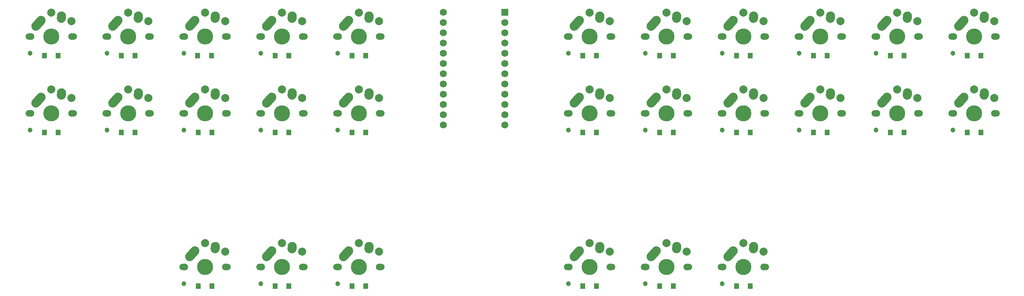
<source format=gbs>
%TF.GenerationSoftware,KiCad,Pcbnew,(5.1.9)-1*%
%TF.CreationDate,2021-01-22T21:17:42-08:00*%
%TF.ProjectId,unisplit_orthosteno,756e6973-706c-4697-945f-6f7274686f73,rev?*%
%TF.SameCoordinates,Original*%
%TF.FileFunction,Soldermask,Bot*%
%TF.FilePolarity,Negative*%
%FSLAX46Y46*%
G04 Gerber Fmt 4.6, Leading zero omitted, Abs format (unit mm)*
G04 Created by KiCad (PCBNEW (5.1.9)-1) date 2021-01-22 21:17:42*
%MOMM*%
%LPD*%
G01*
G04 APERTURE LIST*
%ADD10R,1.200000X1.400000*%
%ADD11C,1.200000*%
%ADD12C,1.700000*%
%ADD13C,2.000000*%
%ADD14C,1.750000*%
%ADD15C,2.250000*%
%ADD16C,3.987800*%
%ADD17C,1.752600*%
%ADD18R,1.752600X1.752600*%
G04 APERTURE END LIST*
D10*
%TO.C,D25*%
X115206250Y-131762500D03*
X111806250Y-131762500D03*
%TD*%
D11*
%TO.C,MX25*%
X108286250Y-131200000D03*
D12*
X119006250Y-127000000D03*
X108006250Y-127000000D03*
D13*
X113506250Y-121100000D03*
X118506250Y-123200000D03*
D14*
X118586250Y-127000000D03*
X108426250Y-127000000D03*
D15*
X111006250Y-123000000D03*
D16*
X113506250Y-127000000D03*
G36*
G01*
X108944938Y-125297350D02*
X108944938Y-125297350D01*
G75*
G02*
X108858900Y-123708688I751312J837350D01*
G01*
X110168890Y-122248680D01*
G75*
G02*
X111757552Y-122162642I837350J-751312D01*
G01*
X111757552Y-122162642D01*
G75*
G02*
X111843590Y-123751304I-751312J-837350D01*
G01*
X110533600Y-125211312D01*
G75*
G02*
X108944938Y-125297350I-837350J751312D01*
G01*
G37*
D15*
X116046250Y-121920000D03*
G36*
G01*
X115929733Y-123622395D02*
X115929733Y-123622395D01*
G75*
G02*
X114883855Y-122423483I76517J1122395D01*
G01*
X114923397Y-121843451D01*
G75*
G02*
X116122309Y-120797573I1122395J-76517D01*
G01*
X116122309Y-120797573D01*
G75*
G02*
X117168187Y-121996485I-76517J-1122395D01*
G01*
X117128645Y-122576517D01*
G75*
G02*
X115929733Y-123622395I-1122395J76517D01*
G01*
G37*
%TD*%
D11*
%TO.C,MX24*%
X89236250Y-131200000D03*
D12*
X99956250Y-127000000D03*
X88956250Y-127000000D03*
D13*
X94456250Y-121100000D03*
X99456250Y-123200000D03*
D14*
X99536250Y-127000000D03*
X89376250Y-127000000D03*
D15*
X91956250Y-123000000D03*
D16*
X94456250Y-127000000D03*
G36*
G01*
X89894938Y-125297350D02*
X89894938Y-125297350D01*
G75*
G02*
X89808900Y-123708688I751312J837350D01*
G01*
X91118890Y-122248680D01*
G75*
G02*
X92707552Y-122162642I837350J-751312D01*
G01*
X92707552Y-122162642D01*
G75*
G02*
X92793590Y-123751304I-751312J-837350D01*
G01*
X91483600Y-125211312D01*
G75*
G02*
X89894938Y-125297350I-837350J751312D01*
G01*
G37*
D15*
X96996250Y-121920000D03*
G36*
G01*
X96879733Y-123622395D02*
X96879733Y-123622395D01*
G75*
G02*
X95833855Y-122423483I76517J1122395D01*
G01*
X95873397Y-121843451D01*
G75*
G02*
X97072309Y-120797573I1122395J-76517D01*
G01*
X97072309Y-120797573D01*
G75*
G02*
X98118187Y-121996485I-76517J-1122395D01*
G01*
X98078645Y-122576517D01*
G75*
G02*
X96879733Y-123622395I-1122395J76517D01*
G01*
G37*
%TD*%
D11*
%TO.C,MX23*%
X70186250Y-131200000D03*
D12*
X80906250Y-127000000D03*
X69906250Y-127000000D03*
D13*
X75406250Y-121100000D03*
X80406250Y-123200000D03*
D14*
X80486250Y-127000000D03*
X70326250Y-127000000D03*
D15*
X72906250Y-123000000D03*
D16*
X75406250Y-127000000D03*
G36*
G01*
X70844938Y-125297350D02*
X70844938Y-125297350D01*
G75*
G02*
X70758900Y-123708688I751312J837350D01*
G01*
X72068890Y-122248680D01*
G75*
G02*
X73657552Y-122162642I837350J-751312D01*
G01*
X73657552Y-122162642D01*
G75*
G02*
X73743590Y-123751304I-751312J-837350D01*
G01*
X72433600Y-125211312D01*
G75*
G02*
X70844938Y-125297350I-837350J751312D01*
G01*
G37*
D15*
X77946250Y-121920000D03*
G36*
G01*
X77829733Y-123622395D02*
X77829733Y-123622395D01*
G75*
G02*
X76783855Y-122423483I76517J1122395D01*
G01*
X76823397Y-121843451D01*
G75*
G02*
X78022309Y-120797573I1122395J-76517D01*
G01*
X78022309Y-120797573D01*
G75*
G02*
X79068187Y-121996485I-76517J-1122395D01*
G01*
X79028645Y-122576517D01*
G75*
G02*
X77829733Y-123622395I-1122395J76517D01*
G01*
G37*
%TD*%
D10*
%TO.C,D23*%
X77106250Y-131762500D03*
X73706250Y-131762500D03*
%TD*%
%TO.C,D24*%
X96156250Y-131762500D03*
X92756250Y-131762500D03*
%TD*%
D11*
%TO.C,MX28*%
X203536250Y-131200000D03*
D12*
X214256250Y-127000000D03*
X203256250Y-127000000D03*
D13*
X208756250Y-121100000D03*
X213756250Y-123200000D03*
D14*
X213836250Y-127000000D03*
X203676250Y-127000000D03*
D15*
X206256250Y-123000000D03*
D16*
X208756250Y-127000000D03*
G36*
G01*
X204194938Y-125297350D02*
X204194938Y-125297350D01*
G75*
G02*
X204108900Y-123708688I751312J837350D01*
G01*
X205418890Y-122248680D01*
G75*
G02*
X207007552Y-122162642I837350J-751312D01*
G01*
X207007552Y-122162642D01*
G75*
G02*
X207093590Y-123751304I-751312J-837350D01*
G01*
X205783600Y-125211312D01*
G75*
G02*
X204194938Y-125297350I-837350J751312D01*
G01*
G37*
D15*
X211296250Y-121920000D03*
G36*
G01*
X211179733Y-123622395D02*
X211179733Y-123622395D01*
G75*
G02*
X210133855Y-122423483I76517J1122395D01*
G01*
X210173397Y-121843451D01*
G75*
G02*
X211372309Y-120797573I1122395J-76517D01*
G01*
X211372309Y-120797573D01*
G75*
G02*
X212418187Y-121996485I-76517J-1122395D01*
G01*
X212378645Y-122576517D01*
G75*
G02*
X211179733Y-123622395I-1122395J76517D01*
G01*
G37*
%TD*%
D10*
%TO.C,D28*%
X210456250Y-131762500D03*
X207056250Y-131762500D03*
%TD*%
D11*
%TO.C,MX15*%
X89236250Y-93100000D03*
D12*
X99956250Y-88900000D03*
X88956250Y-88900000D03*
D13*
X94456250Y-83000000D03*
X99456250Y-85100000D03*
D14*
X99536250Y-88900000D03*
X89376250Y-88900000D03*
D15*
X91956250Y-84900000D03*
D16*
X94456250Y-88900000D03*
G36*
G01*
X89894938Y-87197350D02*
X89894938Y-87197350D01*
G75*
G02*
X89808900Y-85608688I751312J837350D01*
G01*
X91118890Y-84148680D01*
G75*
G02*
X92707552Y-84062642I837350J-751312D01*
G01*
X92707552Y-84062642D01*
G75*
G02*
X92793590Y-85651304I-751312J-837350D01*
G01*
X91483600Y-87111312D01*
G75*
G02*
X89894938Y-87197350I-837350J751312D01*
G01*
G37*
D15*
X96996250Y-83820000D03*
G36*
G01*
X96879733Y-85522395D02*
X96879733Y-85522395D01*
G75*
G02*
X95833855Y-84323483I76517J1122395D01*
G01*
X95873397Y-83743451D01*
G75*
G02*
X97072309Y-82697573I1122395J-76517D01*
G01*
X97072309Y-82697573D01*
G75*
G02*
X98118187Y-83896485I-76517J-1122395D01*
G01*
X98078645Y-84476517D01*
G75*
G02*
X96879733Y-85522395I-1122395J76517D01*
G01*
G37*
%TD*%
D11*
%TO.C,MX3*%
X70186250Y-74050000D03*
D12*
X80906250Y-69850000D03*
X69906250Y-69850000D03*
D13*
X75406250Y-63950000D03*
X80406250Y-66050000D03*
D14*
X80486250Y-69850000D03*
X70326250Y-69850000D03*
D15*
X72906250Y-65850000D03*
D16*
X75406250Y-69850000D03*
G36*
G01*
X70844938Y-68147350D02*
X70844938Y-68147350D01*
G75*
G02*
X70758900Y-66558688I751312J837350D01*
G01*
X72068890Y-65098680D01*
G75*
G02*
X73657552Y-65012642I837350J-751312D01*
G01*
X73657552Y-65012642D01*
G75*
G02*
X73743590Y-66601304I-751312J-837350D01*
G01*
X72433600Y-68061312D01*
G75*
G02*
X70844938Y-68147350I-837350J751312D01*
G01*
G37*
D15*
X77946250Y-64770000D03*
G36*
G01*
X77829733Y-66472395D02*
X77829733Y-66472395D01*
G75*
G02*
X76783855Y-65273483I76517J1122395D01*
G01*
X76823397Y-64693451D01*
G75*
G02*
X78022309Y-63647573I1122395J-76517D01*
G01*
X78022309Y-63647573D01*
G75*
G02*
X79068187Y-64846485I-76517J-1122395D01*
G01*
X79028645Y-65426517D01*
G75*
G02*
X77829733Y-66472395I-1122395J76517D01*
G01*
G37*
%TD*%
D11*
%TO.C,MX13*%
X51136250Y-93100000D03*
D12*
X61856250Y-88900000D03*
X50856250Y-88900000D03*
D13*
X56356250Y-83000000D03*
X61356250Y-85100000D03*
D14*
X61436250Y-88900000D03*
X51276250Y-88900000D03*
D15*
X53856250Y-84900000D03*
D16*
X56356250Y-88900000D03*
G36*
G01*
X51794938Y-87197350D02*
X51794938Y-87197350D01*
G75*
G02*
X51708900Y-85608688I751312J837350D01*
G01*
X53018890Y-84148680D01*
G75*
G02*
X54607552Y-84062642I837350J-751312D01*
G01*
X54607552Y-84062642D01*
G75*
G02*
X54693590Y-85651304I-751312J-837350D01*
G01*
X53383600Y-87111312D01*
G75*
G02*
X51794938Y-87197350I-837350J751312D01*
G01*
G37*
D15*
X58896250Y-83820000D03*
G36*
G01*
X58779733Y-85522395D02*
X58779733Y-85522395D01*
G75*
G02*
X57733855Y-84323483I76517J1122395D01*
G01*
X57773397Y-83743451D01*
G75*
G02*
X58972309Y-82697573I1122395J-76517D01*
G01*
X58972309Y-82697573D01*
G75*
G02*
X60018187Y-83896485I-76517J-1122395D01*
G01*
X59978645Y-84476517D01*
G75*
G02*
X58779733Y-85522395I-1122395J76517D01*
G01*
G37*
%TD*%
D11*
%TO.C,MX12*%
X32086250Y-93100000D03*
D12*
X42806250Y-88900000D03*
X31806250Y-88900000D03*
D13*
X37306250Y-83000000D03*
X42306250Y-85100000D03*
D14*
X42386250Y-88900000D03*
X32226250Y-88900000D03*
D15*
X34806250Y-84900000D03*
D16*
X37306250Y-88900000D03*
G36*
G01*
X32744938Y-87197350D02*
X32744938Y-87197350D01*
G75*
G02*
X32658900Y-85608688I751312J837350D01*
G01*
X33968890Y-84148680D01*
G75*
G02*
X35557552Y-84062642I837350J-751312D01*
G01*
X35557552Y-84062642D01*
G75*
G02*
X35643590Y-85651304I-751312J-837350D01*
G01*
X34333600Y-87111312D01*
G75*
G02*
X32744938Y-87197350I-837350J751312D01*
G01*
G37*
D15*
X39846250Y-83820000D03*
G36*
G01*
X39729733Y-85522395D02*
X39729733Y-85522395D01*
G75*
G02*
X38683855Y-84323483I76517J1122395D01*
G01*
X38723397Y-83743451D01*
G75*
G02*
X39922309Y-82697573I1122395J-76517D01*
G01*
X39922309Y-82697573D01*
G75*
G02*
X40968187Y-83896485I-76517J-1122395D01*
G01*
X40928645Y-84476517D01*
G75*
G02*
X39729733Y-85522395I-1122395J76517D01*
G01*
G37*
%TD*%
D11*
%TO.C,MX1*%
X32086250Y-74050000D03*
D12*
X42806250Y-69850000D03*
X31806250Y-69850000D03*
D13*
X37306250Y-63950000D03*
X42306250Y-66050000D03*
D14*
X42386250Y-69850000D03*
X32226250Y-69850000D03*
D15*
X34806250Y-65850000D03*
D16*
X37306250Y-69850000D03*
G36*
G01*
X32744938Y-68147350D02*
X32744938Y-68147350D01*
G75*
G02*
X32658900Y-66558688I751312J837350D01*
G01*
X33968890Y-65098680D01*
G75*
G02*
X35557552Y-65012642I837350J-751312D01*
G01*
X35557552Y-65012642D01*
G75*
G02*
X35643590Y-66601304I-751312J-837350D01*
G01*
X34333600Y-68061312D01*
G75*
G02*
X32744938Y-68147350I-837350J751312D01*
G01*
G37*
D15*
X39846250Y-64770000D03*
G36*
G01*
X39729733Y-66472395D02*
X39729733Y-66472395D01*
G75*
G02*
X38683855Y-65273483I76517J1122395D01*
G01*
X38723397Y-64693451D01*
G75*
G02*
X39922309Y-63647573I1122395J-76517D01*
G01*
X39922309Y-63647573D01*
G75*
G02*
X40968187Y-64846485I-76517J-1122395D01*
G01*
X40928645Y-65426517D01*
G75*
G02*
X39729733Y-66472395I-1122395J76517D01*
G01*
G37*
%TD*%
D11*
%TO.C,MX16*%
X108286250Y-93100000D03*
D12*
X119006250Y-88900000D03*
X108006250Y-88900000D03*
D13*
X113506250Y-83000000D03*
X118506250Y-85100000D03*
D14*
X118586250Y-88900000D03*
X108426250Y-88900000D03*
D15*
X111006250Y-84900000D03*
D16*
X113506250Y-88900000D03*
G36*
G01*
X108944938Y-87197350D02*
X108944938Y-87197350D01*
G75*
G02*
X108858900Y-85608688I751312J837350D01*
G01*
X110168890Y-84148680D01*
G75*
G02*
X111757552Y-84062642I837350J-751312D01*
G01*
X111757552Y-84062642D01*
G75*
G02*
X111843590Y-85651304I-751312J-837350D01*
G01*
X110533600Y-87111312D01*
G75*
G02*
X108944938Y-87197350I-837350J751312D01*
G01*
G37*
D15*
X116046250Y-83820000D03*
G36*
G01*
X115929733Y-85522395D02*
X115929733Y-85522395D01*
G75*
G02*
X114883855Y-84323483I76517J1122395D01*
G01*
X114923397Y-83743451D01*
G75*
G02*
X116122309Y-82697573I1122395J-76517D01*
G01*
X116122309Y-82697573D01*
G75*
G02*
X117168187Y-83896485I-76517J-1122395D01*
G01*
X117128645Y-84476517D01*
G75*
G02*
X115929733Y-85522395I-1122395J76517D01*
G01*
G37*
%TD*%
D11*
%TO.C,MX5*%
X108286250Y-74050000D03*
D12*
X119006250Y-69850000D03*
X108006250Y-69850000D03*
D13*
X113506250Y-63950000D03*
X118506250Y-66050000D03*
D14*
X118586250Y-69850000D03*
X108426250Y-69850000D03*
D15*
X111006250Y-65850000D03*
D16*
X113506250Y-69850000D03*
G36*
G01*
X108944938Y-68147350D02*
X108944938Y-68147350D01*
G75*
G02*
X108858900Y-66558688I751312J837350D01*
G01*
X110168890Y-65098680D01*
G75*
G02*
X111757552Y-65012642I837350J-751312D01*
G01*
X111757552Y-65012642D01*
G75*
G02*
X111843590Y-66601304I-751312J-837350D01*
G01*
X110533600Y-68061312D01*
G75*
G02*
X108944938Y-68147350I-837350J751312D01*
G01*
G37*
D15*
X116046250Y-64770000D03*
G36*
G01*
X115929733Y-66472395D02*
X115929733Y-66472395D01*
G75*
G02*
X114883855Y-65273483I76517J1122395D01*
G01*
X114923397Y-64693451D01*
G75*
G02*
X116122309Y-63647573I1122395J-76517D01*
G01*
X116122309Y-63647573D01*
G75*
G02*
X117168187Y-64846485I-76517J-1122395D01*
G01*
X117128645Y-65426517D01*
G75*
G02*
X115929733Y-66472395I-1122395J76517D01*
G01*
G37*
%TD*%
D17*
%TO.C,U1*%
X134461250Y-63817500D03*
X149701250Y-91757500D03*
X134461250Y-66357500D03*
X134461250Y-68897500D03*
X134461250Y-71437500D03*
X134461250Y-73977500D03*
X134461250Y-76517500D03*
X134461250Y-79057500D03*
X134461250Y-81597500D03*
X134461250Y-84137500D03*
X134461250Y-86677500D03*
X134461250Y-89217500D03*
X134461250Y-91757500D03*
X149701250Y-89217500D03*
X149701250Y-86677500D03*
X149701250Y-84137500D03*
X149701250Y-81597500D03*
X149701250Y-79057500D03*
X149701250Y-76517500D03*
X149701250Y-73977500D03*
X149701250Y-71437500D03*
X149701250Y-68897500D03*
X149701250Y-66357500D03*
D18*
X149701250Y-63817500D03*
%TD*%
D11*
%TO.C,MX27*%
X184486250Y-131200000D03*
D12*
X195206250Y-127000000D03*
X184206250Y-127000000D03*
D13*
X189706250Y-121100000D03*
X194706250Y-123200000D03*
D14*
X194786250Y-127000000D03*
X184626250Y-127000000D03*
D15*
X187206250Y-123000000D03*
D16*
X189706250Y-127000000D03*
G36*
G01*
X185144938Y-125297350D02*
X185144938Y-125297350D01*
G75*
G02*
X185058900Y-123708688I751312J837350D01*
G01*
X186368890Y-122248680D01*
G75*
G02*
X187957552Y-122162642I837350J-751312D01*
G01*
X187957552Y-122162642D01*
G75*
G02*
X188043590Y-123751304I-751312J-837350D01*
G01*
X186733600Y-125211312D01*
G75*
G02*
X185144938Y-125297350I-837350J751312D01*
G01*
G37*
D15*
X192246250Y-121920000D03*
G36*
G01*
X192129733Y-123622395D02*
X192129733Y-123622395D01*
G75*
G02*
X191083855Y-122423483I76517J1122395D01*
G01*
X191123397Y-121843451D01*
G75*
G02*
X192322309Y-120797573I1122395J-76517D01*
G01*
X192322309Y-120797573D01*
G75*
G02*
X193368187Y-121996485I-76517J-1122395D01*
G01*
X193328645Y-122576517D01*
G75*
G02*
X192129733Y-123622395I-1122395J76517D01*
G01*
G37*
%TD*%
D11*
%TO.C,MX26*%
X165436250Y-131200000D03*
D12*
X176156250Y-127000000D03*
X165156250Y-127000000D03*
D13*
X170656250Y-121100000D03*
X175656250Y-123200000D03*
D14*
X175736250Y-127000000D03*
X165576250Y-127000000D03*
D15*
X168156250Y-123000000D03*
D16*
X170656250Y-127000000D03*
G36*
G01*
X166094938Y-125297350D02*
X166094938Y-125297350D01*
G75*
G02*
X166008900Y-123708688I751312J837350D01*
G01*
X167318890Y-122248680D01*
G75*
G02*
X168907552Y-122162642I837350J-751312D01*
G01*
X168907552Y-122162642D01*
G75*
G02*
X168993590Y-123751304I-751312J-837350D01*
G01*
X167683600Y-125211312D01*
G75*
G02*
X166094938Y-125297350I-837350J751312D01*
G01*
G37*
D15*
X173196250Y-121920000D03*
G36*
G01*
X173079733Y-123622395D02*
X173079733Y-123622395D01*
G75*
G02*
X172033855Y-122423483I76517J1122395D01*
G01*
X172073397Y-121843451D01*
G75*
G02*
X173272309Y-120797573I1122395J-76517D01*
G01*
X173272309Y-120797573D01*
G75*
G02*
X174318187Y-121996485I-76517J-1122395D01*
G01*
X174278645Y-122576517D01*
G75*
G02*
X173079733Y-123622395I-1122395J76517D01*
G01*
G37*
%TD*%
D11*
%TO.C,MX22*%
X260686250Y-93100000D03*
D12*
X271406250Y-88900000D03*
X260406250Y-88900000D03*
D13*
X265906250Y-83000000D03*
X270906250Y-85100000D03*
D14*
X270986250Y-88900000D03*
X260826250Y-88900000D03*
D15*
X263406250Y-84900000D03*
D16*
X265906250Y-88900000D03*
G36*
G01*
X261344938Y-87197350D02*
X261344938Y-87197350D01*
G75*
G02*
X261258900Y-85608688I751312J837350D01*
G01*
X262568890Y-84148680D01*
G75*
G02*
X264157552Y-84062642I837350J-751312D01*
G01*
X264157552Y-84062642D01*
G75*
G02*
X264243590Y-85651304I-751312J-837350D01*
G01*
X262933600Y-87111312D01*
G75*
G02*
X261344938Y-87197350I-837350J751312D01*
G01*
G37*
D15*
X268446250Y-83820000D03*
G36*
G01*
X268329733Y-85522395D02*
X268329733Y-85522395D01*
G75*
G02*
X267283855Y-84323483I76517J1122395D01*
G01*
X267323397Y-83743451D01*
G75*
G02*
X268522309Y-82697573I1122395J-76517D01*
G01*
X268522309Y-82697573D01*
G75*
G02*
X269568187Y-83896485I-76517J-1122395D01*
G01*
X269528645Y-84476517D01*
G75*
G02*
X268329733Y-85522395I-1122395J76517D01*
G01*
G37*
%TD*%
D11*
%TO.C,MX21*%
X241636250Y-93100000D03*
D12*
X252356250Y-88900000D03*
X241356250Y-88900000D03*
D13*
X246856250Y-83000000D03*
X251856250Y-85100000D03*
D14*
X251936250Y-88900000D03*
X241776250Y-88900000D03*
D15*
X244356250Y-84900000D03*
D16*
X246856250Y-88900000D03*
G36*
G01*
X242294938Y-87197350D02*
X242294938Y-87197350D01*
G75*
G02*
X242208900Y-85608688I751312J837350D01*
G01*
X243518890Y-84148680D01*
G75*
G02*
X245107552Y-84062642I837350J-751312D01*
G01*
X245107552Y-84062642D01*
G75*
G02*
X245193590Y-85651304I-751312J-837350D01*
G01*
X243883600Y-87111312D01*
G75*
G02*
X242294938Y-87197350I-837350J751312D01*
G01*
G37*
D15*
X249396250Y-83820000D03*
G36*
G01*
X249279733Y-85522395D02*
X249279733Y-85522395D01*
G75*
G02*
X248233855Y-84323483I76517J1122395D01*
G01*
X248273397Y-83743451D01*
G75*
G02*
X249472309Y-82697573I1122395J-76517D01*
G01*
X249472309Y-82697573D01*
G75*
G02*
X250518187Y-83896485I-76517J-1122395D01*
G01*
X250478645Y-84476517D01*
G75*
G02*
X249279733Y-85522395I-1122395J76517D01*
G01*
G37*
%TD*%
D11*
%TO.C,MX20*%
X222586250Y-93100000D03*
D12*
X233306250Y-88900000D03*
X222306250Y-88900000D03*
D13*
X227806250Y-83000000D03*
X232806250Y-85100000D03*
D14*
X232886250Y-88900000D03*
X222726250Y-88900000D03*
D15*
X225306250Y-84900000D03*
D16*
X227806250Y-88900000D03*
G36*
G01*
X223244938Y-87197350D02*
X223244938Y-87197350D01*
G75*
G02*
X223158900Y-85608688I751312J837350D01*
G01*
X224468890Y-84148680D01*
G75*
G02*
X226057552Y-84062642I837350J-751312D01*
G01*
X226057552Y-84062642D01*
G75*
G02*
X226143590Y-85651304I-751312J-837350D01*
G01*
X224833600Y-87111312D01*
G75*
G02*
X223244938Y-87197350I-837350J751312D01*
G01*
G37*
D15*
X230346250Y-83820000D03*
G36*
G01*
X230229733Y-85522395D02*
X230229733Y-85522395D01*
G75*
G02*
X229183855Y-84323483I76517J1122395D01*
G01*
X229223397Y-83743451D01*
G75*
G02*
X230422309Y-82697573I1122395J-76517D01*
G01*
X230422309Y-82697573D01*
G75*
G02*
X231468187Y-83896485I-76517J-1122395D01*
G01*
X231428645Y-84476517D01*
G75*
G02*
X230229733Y-85522395I-1122395J76517D01*
G01*
G37*
%TD*%
D11*
%TO.C,MX19*%
X203536250Y-93100000D03*
D12*
X214256250Y-88900000D03*
X203256250Y-88900000D03*
D13*
X208756250Y-83000000D03*
X213756250Y-85100000D03*
D14*
X213836250Y-88900000D03*
X203676250Y-88900000D03*
D15*
X206256250Y-84900000D03*
D16*
X208756250Y-88900000D03*
G36*
G01*
X204194938Y-87197350D02*
X204194938Y-87197350D01*
G75*
G02*
X204108900Y-85608688I751312J837350D01*
G01*
X205418890Y-84148680D01*
G75*
G02*
X207007552Y-84062642I837350J-751312D01*
G01*
X207007552Y-84062642D01*
G75*
G02*
X207093590Y-85651304I-751312J-837350D01*
G01*
X205783600Y-87111312D01*
G75*
G02*
X204194938Y-87197350I-837350J751312D01*
G01*
G37*
D15*
X211296250Y-83820000D03*
G36*
G01*
X211179733Y-85522395D02*
X211179733Y-85522395D01*
G75*
G02*
X210133855Y-84323483I76517J1122395D01*
G01*
X210173397Y-83743451D01*
G75*
G02*
X211372309Y-82697573I1122395J-76517D01*
G01*
X211372309Y-82697573D01*
G75*
G02*
X212418187Y-83896485I-76517J-1122395D01*
G01*
X212378645Y-84476517D01*
G75*
G02*
X211179733Y-85522395I-1122395J76517D01*
G01*
G37*
%TD*%
D11*
%TO.C,MX18*%
X184486250Y-93100000D03*
D12*
X195206250Y-88900000D03*
X184206250Y-88900000D03*
D13*
X189706250Y-83000000D03*
X194706250Y-85100000D03*
D14*
X194786250Y-88900000D03*
X184626250Y-88900000D03*
D15*
X187206250Y-84900000D03*
D16*
X189706250Y-88900000D03*
G36*
G01*
X185144938Y-87197350D02*
X185144938Y-87197350D01*
G75*
G02*
X185058900Y-85608688I751312J837350D01*
G01*
X186368890Y-84148680D01*
G75*
G02*
X187957552Y-84062642I837350J-751312D01*
G01*
X187957552Y-84062642D01*
G75*
G02*
X188043590Y-85651304I-751312J-837350D01*
G01*
X186733600Y-87111312D01*
G75*
G02*
X185144938Y-87197350I-837350J751312D01*
G01*
G37*
D15*
X192246250Y-83820000D03*
G36*
G01*
X192129733Y-85522395D02*
X192129733Y-85522395D01*
G75*
G02*
X191083855Y-84323483I76517J1122395D01*
G01*
X191123397Y-83743451D01*
G75*
G02*
X192322309Y-82697573I1122395J-76517D01*
G01*
X192322309Y-82697573D01*
G75*
G02*
X193368187Y-83896485I-76517J-1122395D01*
G01*
X193328645Y-84476517D01*
G75*
G02*
X192129733Y-85522395I-1122395J76517D01*
G01*
G37*
%TD*%
D11*
%TO.C,MX17*%
X165436250Y-93100000D03*
D12*
X176156250Y-88900000D03*
X165156250Y-88900000D03*
D13*
X170656250Y-83000000D03*
X175656250Y-85100000D03*
D14*
X175736250Y-88900000D03*
X165576250Y-88900000D03*
D15*
X168156250Y-84900000D03*
D16*
X170656250Y-88900000D03*
G36*
G01*
X166094938Y-87197350D02*
X166094938Y-87197350D01*
G75*
G02*
X166008900Y-85608688I751312J837350D01*
G01*
X167318890Y-84148680D01*
G75*
G02*
X168907552Y-84062642I837350J-751312D01*
G01*
X168907552Y-84062642D01*
G75*
G02*
X168993590Y-85651304I-751312J-837350D01*
G01*
X167683600Y-87111312D01*
G75*
G02*
X166094938Y-87197350I-837350J751312D01*
G01*
G37*
D15*
X173196250Y-83820000D03*
G36*
G01*
X173079733Y-85522395D02*
X173079733Y-85522395D01*
G75*
G02*
X172033855Y-84323483I76517J1122395D01*
G01*
X172073397Y-83743451D01*
G75*
G02*
X173272309Y-82697573I1122395J-76517D01*
G01*
X173272309Y-82697573D01*
G75*
G02*
X174318187Y-83896485I-76517J-1122395D01*
G01*
X174278645Y-84476517D01*
G75*
G02*
X173079733Y-85522395I-1122395J76517D01*
G01*
G37*
%TD*%
D11*
%TO.C,MX14*%
X70186250Y-93100000D03*
D12*
X80906250Y-88900000D03*
X69906250Y-88900000D03*
D13*
X75406250Y-83000000D03*
X80406250Y-85100000D03*
D14*
X80486250Y-88900000D03*
X70326250Y-88900000D03*
D15*
X72906250Y-84900000D03*
D16*
X75406250Y-88900000D03*
G36*
G01*
X70844938Y-87197350D02*
X70844938Y-87197350D01*
G75*
G02*
X70758900Y-85608688I751312J837350D01*
G01*
X72068890Y-84148680D01*
G75*
G02*
X73657552Y-84062642I837350J-751312D01*
G01*
X73657552Y-84062642D01*
G75*
G02*
X73743590Y-85651304I-751312J-837350D01*
G01*
X72433600Y-87111312D01*
G75*
G02*
X70844938Y-87197350I-837350J751312D01*
G01*
G37*
D15*
X77946250Y-83820000D03*
G36*
G01*
X77829733Y-85522395D02*
X77829733Y-85522395D01*
G75*
G02*
X76783855Y-84323483I76517J1122395D01*
G01*
X76823397Y-83743451D01*
G75*
G02*
X78022309Y-82697573I1122395J-76517D01*
G01*
X78022309Y-82697573D01*
G75*
G02*
X79068187Y-83896485I-76517J-1122395D01*
G01*
X79028645Y-84476517D01*
G75*
G02*
X77829733Y-85522395I-1122395J76517D01*
G01*
G37*
%TD*%
D11*
%TO.C,MX11*%
X260686250Y-74050000D03*
D12*
X271406250Y-69850000D03*
X260406250Y-69850000D03*
D13*
X265906250Y-63950000D03*
X270906250Y-66050000D03*
D14*
X270986250Y-69850000D03*
X260826250Y-69850000D03*
D15*
X263406250Y-65850000D03*
D16*
X265906250Y-69850000D03*
G36*
G01*
X261344938Y-68147350D02*
X261344938Y-68147350D01*
G75*
G02*
X261258900Y-66558688I751312J837350D01*
G01*
X262568890Y-65098680D01*
G75*
G02*
X264157552Y-65012642I837350J-751312D01*
G01*
X264157552Y-65012642D01*
G75*
G02*
X264243590Y-66601304I-751312J-837350D01*
G01*
X262933600Y-68061312D01*
G75*
G02*
X261344938Y-68147350I-837350J751312D01*
G01*
G37*
D15*
X268446250Y-64770000D03*
G36*
G01*
X268329733Y-66472395D02*
X268329733Y-66472395D01*
G75*
G02*
X267283855Y-65273483I76517J1122395D01*
G01*
X267323397Y-64693451D01*
G75*
G02*
X268522309Y-63647573I1122395J-76517D01*
G01*
X268522309Y-63647573D01*
G75*
G02*
X269568187Y-64846485I-76517J-1122395D01*
G01*
X269528645Y-65426517D01*
G75*
G02*
X268329733Y-66472395I-1122395J76517D01*
G01*
G37*
%TD*%
D11*
%TO.C,MX10*%
X241636250Y-74050000D03*
D12*
X252356250Y-69850000D03*
X241356250Y-69850000D03*
D13*
X246856250Y-63950000D03*
X251856250Y-66050000D03*
D14*
X251936250Y-69850000D03*
X241776250Y-69850000D03*
D15*
X244356250Y-65850000D03*
D16*
X246856250Y-69850000D03*
G36*
G01*
X242294938Y-68147350D02*
X242294938Y-68147350D01*
G75*
G02*
X242208900Y-66558688I751312J837350D01*
G01*
X243518890Y-65098680D01*
G75*
G02*
X245107552Y-65012642I837350J-751312D01*
G01*
X245107552Y-65012642D01*
G75*
G02*
X245193590Y-66601304I-751312J-837350D01*
G01*
X243883600Y-68061312D01*
G75*
G02*
X242294938Y-68147350I-837350J751312D01*
G01*
G37*
D15*
X249396250Y-64770000D03*
G36*
G01*
X249279733Y-66472395D02*
X249279733Y-66472395D01*
G75*
G02*
X248233855Y-65273483I76517J1122395D01*
G01*
X248273397Y-64693451D01*
G75*
G02*
X249472309Y-63647573I1122395J-76517D01*
G01*
X249472309Y-63647573D01*
G75*
G02*
X250518187Y-64846485I-76517J-1122395D01*
G01*
X250478645Y-65426517D01*
G75*
G02*
X249279733Y-66472395I-1122395J76517D01*
G01*
G37*
%TD*%
D11*
%TO.C,MX9*%
X222586250Y-74050000D03*
D12*
X233306250Y-69850000D03*
X222306250Y-69850000D03*
D13*
X227806250Y-63950000D03*
X232806250Y-66050000D03*
D14*
X232886250Y-69850000D03*
X222726250Y-69850000D03*
D15*
X225306250Y-65850000D03*
D16*
X227806250Y-69850000D03*
G36*
G01*
X223244938Y-68147350D02*
X223244938Y-68147350D01*
G75*
G02*
X223158900Y-66558688I751312J837350D01*
G01*
X224468890Y-65098680D01*
G75*
G02*
X226057552Y-65012642I837350J-751312D01*
G01*
X226057552Y-65012642D01*
G75*
G02*
X226143590Y-66601304I-751312J-837350D01*
G01*
X224833600Y-68061312D01*
G75*
G02*
X223244938Y-68147350I-837350J751312D01*
G01*
G37*
D15*
X230346250Y-64770000D03*
G36*
G01*
X230229733Y-66472395D02*
X230229733Y-66472395D01*
G75*
G02*
X229183855Y-65273483I76517J1122395D01*
G01*
X229223397Y-64693451D01*
G75*
G02*
X230422309Y-63647573I1122395J-76517D01*
G01*
X230422309Y-63647573D01*
G75*
G02*
X231468187Y-64846485I-76517J-1122395D01*
G01*
X231428645Y-65426517D01*
G75*
G02*
X230229733Y-66472395I-1122395J76517D01*
G01*
G37*
%TD*%
D11*
%TO.C,MX8*%
X203536250Y-74050000D03*
D12*
X214256250Y-69850000D03*
X203256250Y-69850000D03*
D13*
X208756250Y-63950000D03*
X213756250Y-66050000D03*
D14*
X213836250Y-69850000D03*
X203676250Y-69850000D03*
D15*
X206256250Y-65850000D03*
D16*
X208756250Y-69850000D03*
G36*
G01*
X204194938Y-68147350D02*
X204194938Y-68147350D01*
G75*
G02*
X204108900Y-66558688I751312J837350D01*
G01*
X205418890Y-65098680D01*
G75*
G02*
X207007552Y-65012642I837350J-751312D01*
G01*
X207007552Y-65012642D01*
G75*
G02*
X207093590Y-66601304I-751312J-837350D01*
G01*
X205783600Y-68061312D01*
G75*
G02*
X204194938Y-68147350I-837350J751312D01*
G01*
G37*
D15*
X211296250Y-64770000D03*
G36*
G01*
X211179733Y-66472395D02*
X211179733Y-66472395D01*
G75*
G02*
X210133855Y-65273483I76517J1122395D01*
G01*
X210173397Y-64693451D01*
G75*
G02*
X211372309Y-63647573I1122395J-76517D01*
G01*
X211372309Y-63647573D01*
G75*
G02*
X212418187Y-64846485I-76517J-1122395D01*
G01*
X212378645Y-65426517D01*
G75*
G02*
X211179733Y-66472395I-1122395J76517D01*
G01*
G37*
%TD*%
D11*
%TO.C,MX7*%
X184486250Y-74050000D03*
D12*
X195206250Y-69850000D03*
X184206250Y-69850000D03*
D13*
X189706250Y-63950000D03*
X194706250Y-66050000D03*
D14*
X194786250Y-69850000D03*
X184626250Y-69850000D03*
D15*
X187206250Y-65850000D03*
D16*
X189706250Y-69850000D03*
G36*
G01*
X185144938Y-68147350D02*
X185144938Y-68147350D01*
G75*
G02*
X185058900Y-66558688I751312J837350D01*
G01*
X186368890Y-65098680D01*
G75*
G02*
X187957552Y-65012642I837350J-751312D01*
G01*
X187957552Y-65012642D01*
G75*
G02*
X188043590Y-66601304I-751312J-837350D01*
G01*
X186733600Y-68061312D01*
G75*
G02*
X185144938Y-68147350I-837350J751312D01*
G01*
G37*
D15*
X192246250Y-64770000D03*
G36*
G01*
X192129733Y-66472395D02*
X192129733Y-66472395D01*
G75*
G02*
X191083855Y-65273483I76517J1122395D01*
G01*
X191123397Y-64693451D01*
G75*
G02*
X192322309Y-63647573I1122395J-76517D01*
G01*
X192322309Y-63647573D01*
G75*
G02*
X193368187Y-64846485I-76517J-1122395D01*
G01*
X193328645Y-65426517D01*
G75*
G02*
X192129733Y-66472395I-1122395J76517D01*
G01*
G37*
%TD*%
D11*
%TO.C,MX6*%
X165436250Y-74050000D03*
D12*
X176156250Y-69850000D03*
X165156250Y-69850000D03*
D13*
X170656250Y-63950000D03*
X175656250Y-66050000D03*
D14*
X175736250Y-69850000D03*
X165576250Y-69850000D03*
D15*
X168156250Y-65850000D03*
D16*
X170656250Y-69850000D03*
G36*
G01*
X166094938Y-68147350D02*
X166094938Y-68147350D01*
G75*
G02*
X166008900Y-66558688I751312J837350D01*
G01*
X167318890Y-65098680D01*
G75*
G02*
X168907552Y-65012642I837350J-751312D01*
G01*
X168907552Y-65012642D01*
G75*
G02*
X168993590Y-66601304I-751312J-837350D01*
G01*
X167683600Y-68061312D01*
G75*
G02*
X166094938Y-68147350I-837350J751312D01*
G01*
G37*
D15*
X173196250Y-64770000D03*
G36*
G01*
X173079733Y-66472395D02*
X173079733Y-66472395D01*
G75*
G02*
X172033855Y-65273483I76517J1122395D01*
G01*
X172073397Y-64693451D01*
G75*
G02*
X173272309Y-63647573I1122395J-76517D01*
G01*
X173272309Y-63647573D01*
G75*
G02*
X174318187Y-64846485I-76517J-1122395D01*
G01*
X174278645Y-65426517D01*
G75*
G02*
X173079733Y-66472395I-1122395J76517D01*
G01*
G37*
%TD*%
D11*
%TO.C,MX4*%
X89236250Y-74050000D03*
D12*
X99956250Y-69850000D03*
X88956250Y-69850000D03*
D13*
X94456250Y-63950000D03*
X99456250Y-66050000D03*
D14*
X99536250Y-69850000D03*
X89376250Y-69850000D03*
D15*
X91956250Y-65850000D03*
D16*
X94456250Y-69850000D03*
G36*
G01*
X89894938Y-68147350D02*
X89894938Y-68147350D01*
G75*
G02*
X89808900Y-66558688I751312J837350D01*
G01*
X91118890Y-65098680D01*
G75*
G02*
X92707552Y-65012642I837350J-751312D01*
G01*
X92707552Y-65012642D01*
G75*
G02*
X92793590Y-66601304I-751312J-837350D01*
G01*
X91483600Y-68061312D01*
G75*
G02*
X89894938Y-68147350I-837350J751312D01*
G01*
G37*
D15*
X96996250Y-64770000D03*
G36*
G01*
X96879733Y-66472395D02*
X96879733Y-66472395D01*
G75*
G02*
X95833855Y-65273483I76517J1122395D01*
G01*
X95873397Y-64693451D01*
G75*
G02*
X97072309Y-63647573I1122395J-76517D01*
G01*
X97072309Y-63647573D01*
G75*
G02*
X98118187Y-64846485I-76517J-1122395D01*
G01*
X98078645Y-65426517D01*
G75*
G02*
X96879733Y-66472395I-1122395J76517D01*
G01*
G37*
%TD*%
D11*
%TO.C,MX2*%
X51136250Y-74050000D03*
D12*
X61856250Y-69850000D03*
X50856250Y-69850000D03*
D13*
X56356250Y-63950000D03*
X61356250Y-66050000D03*
D14*
X61436250Y-69850000D03*
X51276250Y-69850000D03*
D15*
X53856250Y-65850000D03*
D16*
X56356250Y-69850000D03*
G36*
G01*
X51794938Y-68147350D02*
X51794938Y-68147350D01*
G75*
G02*
X51708900Y-66558688I751312J837350D01*
G01*
X53018890Y-65098680D01*
G75*
G02*
X54607552Y-65012642I837350J-751312D01*
G01*
X54607552Y-65012642D01*
G75*
G02*
X54693590Y-66601304I-751312J-837350D01*
G01*
X53383600Y-68061312D01*
G75*
G02*
X51794938Y-68147350I-837350J751312D01*
G01*
G37*
D15*
X58896250Y-64770000D03*
G36*
G01*
X58779733Y-66472395D02*
X58779733Y-66472395D01*
G75*
G02*
X57733855Y-65273483I76517J1122395D01*
G01*
X57773397Y-64693451D01*
G75*
G02*
X58972309Y-63647573I1122395J-76517D01*
G01*
X58972309Y-63647573D01*
G75*
G02*
X60018187Y-64846485I-76517J-1122395D01*
G01*
X59978645Y-65426517D01*
G75*
G02*
X58779733Y-66472395I-1122395J76517D01*
G01*
G37*
%TD*%
D10*
%TO.C,D27*%
X191406250Y-131762500D03*
X188006250Y-131762500D03*
%TD*%
%TO.C,D26*%
X172356250Y-131762500D03*
X168956250Y-131762500D03*
%TD*%
%TO.C,D22*%
X267606250Y-93662500D03*
X264206250Y-93662500D03*
%TD*%
%TO.C,D21*%
X248556250Y-93662500D03*
X245156250Y-93662500D03*
%TD*%
%TO.C,D20*%
X229506250Y-93662500D03*
X226106250Y-93662500D03*
%TD*%
%TO.C,D19*%
X210456250Y-93662500D03*
X207056250Y-93662500D03*
%TD*%
%TO.C,D18*%
X191406250Y-93662500D03*
X188006250Y-93662500D03*
%TD*%
%TO.C,D17*%
X172356250Y-93662500D03*
X168956250Y-93662500D03*
%TD*%
%TO.C,D16*%
X115206250Y-93662500D03*
X111806250Y-93662500D03*
%TD*%
%TO.C,D15*%
X96156250Y-93662500D03*
X92756250Y-93662500D03*
%TD*%
%TO.C,D14*%
X77106250Y-93662500D03*
X73706250Y-93662500D03*
%TD*%
%TO.C,D13*%
X58056250Y-93662500D03*
X54656250Y-93662500D03*
%TD*%
%TO.C,D12*%
X39006250Y-93662500D03*
X35606250Y-93662500D03*
%TD*%
%TO.C,D11*%
X267606250Y-74612500D03*
X264206250Y-74612500D03*
%TD*%
%TO.C,D10*%
X248556250Y-74612500D03*
X245156250Y-74612500D03*
%TD*%
%TO.C,D9*%
X229506250Y-74612500D03*
X226106250Y-74612500D03*
%TD*%
%TO.C,D8*%
X210456250Y-74612500D03*
X207056250Y-74612500D03*
%TD*%
%TO.C,D7*%
X191406250Y-74612500D03*
X188006250Y-74612500D03*
%TD*%
%TO.C,D6*%
X172356250Y-74612500D03*
X168956250Y-74612500D03*
%TD*%
%TO.C,D5*%
X115206250Y-74612500D03*
X111806250Y-74612500D03*
%TD*%
%TO.C,D4*%
X96156250Y-74612500D03*
X92756250Y-74612500D03*
%TD*%
%TO.C,D3*%
X76993750Y-74612500D03*
X73593750Y-74612500D03*
%TD*%
%TO.C,D2*%
X58056250Y-74612500D03*
X54656250Y-74612500D03*
%TD*%
%TO.C,D1*%
X39006250Y-74612500D03*
X35606250Y-74612500D03*
%TD*%
M02*

</source>
